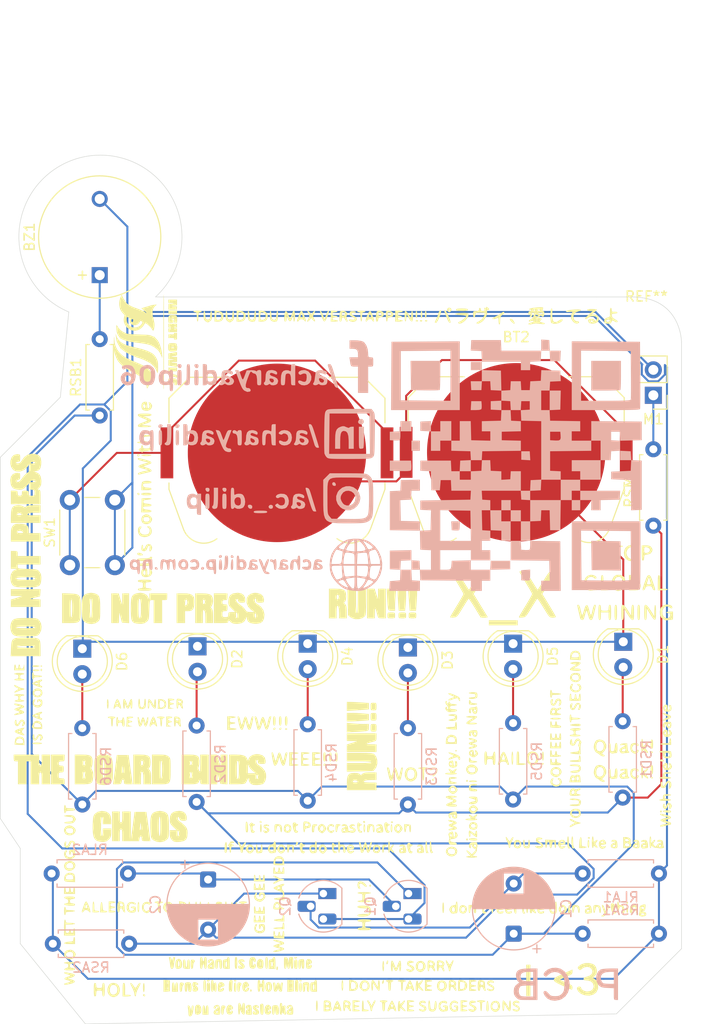
<source format=kicad_pcb>
(kicad_pcb (version 20241229) (generator "pcbnew") (generator_version "9.0")
  (layers (0 "F.Cu" signal) (2 "B.Cu" signal) (13 "F.Paste" user) (15 "B.Paste" user) (5 "F.SilkS" user "F.Silkscreen") (7 "B.SilkS" user "B.Silkscreen") (1 "F.Mask" user) (3 "B.Mask" user) (25 "Edge.Cuts" user))
  (net 0 "")
  (net 1 "Net-(BT1--)")
  (net 2 "Net-(BT1-+)")
  (net 3 "Net-(BT2--)")
  (net 4 "Net-(BZ1-+)")
  (net 5 "Net-(Q2-C)")
  (net 6 "Net-(Q1-B)")
  (net 7 "Net-(Q2-B)")
  (net 8 "Net-(Q1-C)")
  (net 9 "Net-(D1-A)")
  (net 10 "Net-(D2-A)")
  (net 11 "Net-(D3-A)")
  (net 12 "Net-(D4-A)")
  (net 13 "Net-(D5-A)")
  (net 14 "Net-(D6-A)")
  (net 15 "Net-(M1-+)")
  (net 16 "Net-(RLA1-Pad2)")
  (footprint "LOGO" (layer "F.Cu") (at 105 114.5)
    (property "Reference" "G***" (hide yes))
    (property "Value" "LOGO" (hide yes))
  )
  (footprint "LOGO" (layer "F.Cu") (at 134.5 106.5)
    (property "Reference" "G***" (hide yes))
    (property "Value" "LOGO" (hide yes))
  )
  (footprint "LED_THT:LED_D5.0mm" (layer "F.Cu") (at 112.69 95.46 -90)
    (property "Reference" "D3" (at 1.27 -3.96 90) (layer "F.SilkS"))
    (property "Value" "LED")
    (pad "1" thru_hole rect (at 0 0 270) (size 1.8 1.8) (drill 0.9) (layers "*.Cu" "*.Mask") (net 3 "Net-(BT2--)"))
    (pad "2" thru_hole circle (at 2.54 0 270) (size 1.8 1.8) (drill 0.9) (layers "*.Cu" "*.Mask") (net 11 "Net-(D3-A)"))
  )
  (footprint "LOGO" (layer "F.Cu") (at 75 101 90)
    (property "Reference" "G***" (hide yes))
    (property "Value" "LOGO" (hide yes))
  )
  (footprint "Resistor_THT:R_Axial_DIN0207_L6.3mm_D2.5mm_P7.62mm_Horizontal" (layer "F.Cu") (at 81.927095 72.327603 90)
    (property "Reference" "RSB1" (at 3.81 -2.37 90) (layer "F.SilkS"))
    (property "Value" "R_Small_buzzer")
    (pad "1" thru_hole circle (at 0 0 90) (size 1.6 1.6) (drill 0.8) (layers "*.Cu" "*.Mask") (net 8 "Net-(Q1-C)"))
    (pad "2" thru_hole circle (at 7.62 0 90) (size 1.6 1.6) (drill 0.8) (layers "*.Cu" "*.Mask") (net 4 "Net-(BZ1-+)"))
  )
  (footprint "LOGO" (layer "F.Cu") (at 79 120 90)
    (property "Reference" "G***" (hide yes))
    (property "Value" "LOGO" (hide yes))
  )
  (footprint "Button_Switch_THT:SW_PUSH_6mm" (layer "F.Cu") (at 78.94 87.25 90)
    (property "Reference" "SW1" (at 3.25 -2 90) (layer "F.SilkS"))
    (property "Value" "SW_Push")
    (pad "1" thru_hole circle (at 0 0 180) (size 2 2) (drill 1.1) (layers "*.Cu" "*.Mask") (net 2 "Net-(BT1-+)"))
    (pad "1" thru_hole circle (at 6.5 0 180) (size 2 2) (drill 1.1) (layers "*.Cu" "*.Mask") (net 2 "Net-(BT1-+)"))
    (pad "2" thru_hole circle (at 0 4.5 180) (size 2 2) (drill 1.1) (layers "*.Cu" "*.Mask") (net 16 "Net-(RLA1-Pad2)"))
    (pad "2" thru_hole circle (at 6.5 4.5 180) (size 2 2) (drill 1.1) (layers "*.Cu" "*.Mask") (net 16 "Net-(RLA1-Pad2)"))
  )
  (footprint "LOGO" (layer "F.Cu") (at 96 129.5)
    (property "Reference" "G***" (hide yes))
    (property "Value" "LOGO" (hide yes))
  )
  (footprint "LED_THT:LED_D5.0mm" (layer "F.Cu") (at 91.69 95.345 -90)
    (property "Reference" "D2" (at 1.27 -3.96 90) (layer "F.SilkS"))
    (property "Value" "LED")
    (pad "1" thru_hole rect (at 0 0 270) (size 1.8 1.8) (drill 0.9) (layers "*.Cu" "*.Mask") (net 3 "Net-(BT2--)"))
    (pad "2" thru_hole circle (at 2.54 0 270) (size 1.8 1.8) (drill 0.9) (layers "*.Cu" "*.Mask") (net 10 "Net-(D2-A)"))
  )
  (footprint "LOGO" (layer "F.Cu") (at 124.5 129)
    (property "Reference" "G***" (hide yes))
    (property "Value" "LOGO" (hide yes))
  )
  (footprint "LED_THT:LED_D5.0mm" (layer "F.Cu") (at 123.19 95.08 -90)
    (property "Reference" "D5" (at 1.27 -3.96 90) (layer "F.SilkS"))
    (property "Value" "LED")
    (pad "1" thru_hole rect (at 0 0 270) (size 1.8 1.8) (drill 0.9) (layers "*.Cu" "*.Mask") (net 3 "Net-(BT2--)"))
    (pad "2" thru_hole circle (at 2.54 0 270) (size 1.8 1.8) (drill 0.9) (layers "*.Cu" "*.Mask") (net 13 "Net-(D5-A)"))
  )
  (footprint "LOGO" (layer "F.Cu") (at 108.5 105.5 90)
    (property "Reference" "G***" (hide yes))
    (property "Value" "LOGO" (hide yes))
  )
  (footprint "MountingHole:MountingHole_2.1mm" (layer "F.Cu") (at 136.5 63.5)
    (property "Reference" "REF**" (at 0 -3.05 0) (layer "F.SilkS"))
    (property "Value" "MountingHole_2.1mm")
    (pad "" np_thru_hole circle (at 0 0) (size 2.1 2.1) (drill 2.1) (layers "*.Cu" "*.Mask"))
  )
  (footprint "LOGO" (layer "F.Cu") (at 86.5 80.5 90)
    (property "Reference" "G***" (hide yes))
    (property "Value" "LOGO" (hide yes))
  )
  (footprint "LOGO" (layer "F.Cu") (at 113 108)
    (property "Reference" "G***" (hide yes))
    (property "Value" "LOGO" (hide yes))
  )
  (footprint "LOGO" (layer "F.Cu") (at 84 129.5)
    (property "Reference" "G***" (hide yes))
    (property "Value" "LOGO" (hide yes))
  )
  (footprint "Connector_PinHeader_2.54mm:PinHeader_1x02_P2.54mm_Vertical" (layer "F.Cu") (at 137.19 70.31 180)
    (property "Reference" "M1" (at 0 -2.38 0) (layer "F.SilkS"))
    (property "Value" "Motor_DC")
    (pad "1" thru_hole rect (at 0 0 180) (size 1.7 1.7) (drill 1) (layers "*.Cu" "*.Mask") (net 15 "Net-(M1-+)"))
    (pad "2" thru_hole circle (at 0 2.54 180) (size 1.7 1.7) (drill 1) (layers "*.Cu" "*.Mask") (net 3 "Net-(BT2--)"))
  )
  (footprint "LOGO" (layer "F.Cu") (at 138.5 107.5 90)
    (property "Reference" "G***" (hide yes))
    (property "Value" "LOGO" (hide yes))
  )
  (footprint "LOGO" (layer "F.Cu") (at 99 121 90)
    (property "Reference" "G***" (hide yes))
    (property "Value" "LOGO" (hide yes))
  )
  (footprint "LED_THT:LED_D5.0mm" (layer "F.Cu") (at 102.69 95.08 -90)
    (property "Reference" "D4" (at 1.27 -3.96 90) (layer "F.SilkS"))
    (property "Value" "LED")
    (pad "1" thru_hole rect (at 0 0 270) (size 1.8 1.8) (drill 0.9) (layers "*.Cu" "*.Mask") (net 3 "Net-(BT2--)"))
    (pad "2" thru_hole circle (at 2.54 0 270) (size 1.8 1.8) (drill 0.9) (layers "*.Cu" "*.Mask") (net 12 "Net-(D4-A)"))
  )
  (footprint "LOGO" (layer "F.Cu") (at 88.5 91.5)
    (property "Reference" "G***" (hide yes))
    (property "Value" "LOGO" (hide yes))
  )
  (footprint "Battery:BatteryHolder_Keystone_3034_1x20mm" (layer "F.Cu") (at 99.62098 76.052397)
    (property "Reference" "BT1" (hide yes))
    (property "Value" "Battery_Cell")
    (pad "1" smd rect (at -10.985 0) (size 1.27 5.08) (layers "F.Cu" "F.Mask" "F.Paste") (net 2 "Net-(BT1-+)"))
    (pad "1" smd rect (at 10.985 0) (size 1.27 5.08) (layers "F.Cu" "F.Mask" "F.Paste") (net 2 "Net-(BT1-+)"))
    (pad "2" smd circle (at 0 0) (size 17.8 17.8) (layers "F.Cu" "F.Mask") (net 1 "Net-(BT1--)"))
  )
  (footprint "LOGO" (layer "F.Cu") (at 103 62.5)
    (property "Reference" "G***" (hide yes))
    (property "Value" "LOGO" (hide yes))
  )
  (footprint "LOGO" (layer "F.Cu") (at 102.5 106.5)
    (property "Reference" "G***" (hide yes))
    (property "Value" "LOGO" (hide yes))
  )
  (footprint "LOGO" (layer "F.Cu") (at 113.5 129.5)
    (property "Reference" "G***" (hide yes))
    (property "Value" "LOGO" (hide yes))
  )
  (footprint "LOGO" (layer "F.Cu") (at 108.5 121.5 90)
    (property "Reference" "G***" (hide yes))
    (property "Value" "LOGO" (hide yes))
  )
  (footprint "LOGO" (layer "F.Cu") (at 118 108 90)
    (property "Reference" "G***" (hide yes))
    (property "Value" "LOGO" (hide yes))
  )
  (footprint "LOGO" (layer "F.Cu") (at 88.5 121.5)
    (property "Reference" "G***" (hide yes))
    (property "Value" "LOGO" (hide yes))
  )
  (footprint "LED_THT:LED_D5.0mm" (layer "F.Cu") (at 80.19 95.58 -90)
    (property "Reference" "D6" (at 1.27 -3.96 90) (layer "F.SilkS"))
    (property "Value" "LED")
    (pad "1" thru_hole rect (at 0 0 270) (size 1.8 1.8) (drill 0.9) (layers "*.Cu" "*.Mask") (net 3 "Net-(BT2--)"))
    (pad "2" thru_hole circle (at 2.54 0 270) (size 1.8 1.8) (drill 0.9) (layers "*.Cu" "*.Mask") (net 14 "Net-(D6-A)"))
  )
  (footprint "LOGO" (layer "F.Cu") (at 86 110.5)
    (property "Reference" "G***" (hide yes))
    (property "Value" "LOGO" (hide yes))
  )
  (footprint "LOGO" (layer "F.Cu") (at 109 91.5)
    (property "Reference" "G***" (hide yes))
    (property "Value" "LOGO" (hide yes))
  )
  (footprint "LOGO" (layer "F.Cu") (at 126.5 121.5)
    (property "Reference" "G***" (hide yes))
    (property "Value" "LOGO" (hide yes))
  )
  (footprint "LOGO" (layer "F.Cu") (at 129 104.5 90)
    (property "Reference" "G***" (hide yes))
    (property "Value" "LOGO" (hide yes))
  )
  (footprint "LOGO" (layer "F.Cu") (at 98 103)
    (property "Reference" "G***" (hide yes))
    (property "Value" "LOGO" (hide yes))
  )
  (footprint "LOGO" (layer "F.Cu") (at 86.5 102)
    (property "Reference" "G***" (hide yes))
    (property "Value" "LOGO" (hide yes))
  )
  (footprint "LOGO" (layer "F.Cu") (at 123.5 106.5)
    (property "Reference" "G***" (hide yes))
    (property "Value" "LOGO" (hide yes))
  )
  (footprint "LOGO" (layer "F.Cu") (at 129.5 128.5)
    (property "Reference" "G***" (hide yes))
    (property "Value" "LOGO" (hide yes))
  )
  (footprint "LED_THT:LED_D5.0mm" (layer "F.Cu") (at 134.19 94.89 -90)
    (property "Reference" "D1" (at 1.27 -3.96 90) (layer "F.SilkS"))
    (property "Value" "LED")
    (pad "1" thru_hole rect (at 0 0 270) (size 1.8 1.8) (drill 0.9) (layers "*.Cu" "*.Mask") (net 3 "Net-(BT2--)"))
    (pad "2" thru_hole circle (at 2.54 0 270) (size 1.8 1.8) (drill 0.9) (layers "*.Cu" "*.Mask") (net 9 "Net-(D1-A)"))
  )
  (footprint "LOGO" (layer "F.Cu") (at 124.5 62.5)
    (property "Reference" "G***" (hide yes))
    (property "Value" "LOGO" (hide yes))
  )
  (footprint "LOGO" (layer "F.Cu") (at 74.5 86 90)
    (property "Reference" "G***" (hide yes))
    (property "Value" "LOGO" (hide yes))
  )
  (footprint "Buzzer_Beeper:MagneticBuzzer_ProSignal_ABI-009-RC" (layer "F.Cu") (at 81.927095 58.327603 90)
    (property "Reference" "BZ1" (at 3.8 -7 90) (layer "F.SilkS"))
    (property "Value" "Buzzer")
    (fp_text user "+" (at 0 -1.8 90) (layer "F.SilkS"))
    (pad "1" thru_hole rect (at 0 0 90) (size 1.6 1.6) (drill 1) (layers "*.Cu" "*.Mask") (net 4 "Net-(BZ1-+)"))
    (pad "2" thru_hole circle (at 7.6 0 90) (size 1.6 1.6) (drill 1) (layers "*.Cu" "*.Mask") (net 3 "Net-(BT2--)"))
  )
  (footprint "LOGO" (layer "F.Cu") (at 130.5 115)
    (property "Reference" "G***" (hide yes))
    (property "Value" "LOGO" (hide yes))
  )
  (footprint "Resistor_THT:R_Axial_DIN0207_L6.3mm_D2.5mm_P7.62mm_Horizontal" (layer "F.Cu") (at 137.19 83.31 90)
    (property "Reference" "RSM1" (at 3.81 -2.37 90) (layer "F.SilkS"))
    (property "Value" "R_Small_motor")
    (pad "1" thru_hole circle (at 0 0 90) (size 1.6 1.6) (drill 0.8) (layers "*.Cu" "*.Mask") (net 5 "Net-(Q2-C)"))
    (pad "2" thru_hole circle (at 7.62 0 90) (size 1.6 1.6) (drill 0.8) (layers "*.Cu" "*.Mask") (net 15 "Net-(M1-+)"))
  )
  (footprint "Battery:BatteryHolder_Keystone_3034_1x20mm" (layer "F.Cu") (at 123.5 76)
    (property "Reference" "BT2" (at 0 -11.5 0) (layer "F.SilkS"))
    (property "Value" "Battery_Cell")
    (pad "1" smd rect (at -10.985 0) (size 1.27 5.08) (layers "F.Cu" "F.Mask" "F.Paste") (net 1 "Net-(BT1--)"))
    (pad "1" smd rect (at 10.985 0) (size 1.27 5.08) (layers "F.Cu" "F.Mask" "F.Paste") (net 1 "Net-(BT1--)"))
    (pad "2" smd circle (at 0 0) (size 17.8 17.8) (layers "F.Cu" "F.Mask") (net 3 "Net-(BT2--)"))
  )
  (footprint "LOGO" (layer "F.Cu") (at 134.5 89)
    (property "Reference" "G***" (hide yes))
    (property "Value" "LOGO" (hide yes))
  )
  (footprint "LOGO" (layer "F.Cu") (at 87.215279 65.006767)
    (property "Reference" "G***" (hide yes))
    (property "Value" "LOGO" (hide yes))
  )
  (footprint "LOGO" (layer "F.Cu") (at 122 90.5)
    (property "Reference" "G***" (hide yes))
    (property "Value" "LOGO" (hide yes))
  )
  (footprint "LOGO" (layer "B.Cu") (at 97 68 180)
    (property "Reference" "G***" (hide yes))
    (property "Value" "LOGO" (hide yes))
  )
  (footprint "LOGO" (layer "B.Cu") (at 97.5 86.5 180)
    (property "Reference" "G***" (hide yes))
    (property "Value" "LOGO" (hide yes))
  )
  (footprint "LOGO" (layer "B.Cu") (at 97 74.5 180)
    (property "Reference" "G***" (hide yes))
    (property "Value" "LOGO" (hide yes))
  )
  (footprint "Resistor_THT:R_Axial_DIN0207_L6.3mm_D2.5mm_P7.62mm_Horizontal" (layer "B.Cu") (at 123.19 110.62 90)
    (property "Reference" "RSD5" (at 3.81 2.37 90) (layer "B.SilkS") (effects (justify mirror)))
    (property "Value" "R_Small_LED")
    (pad "1" thru_hole circle (at 0 0 90) (size 1.6 1.6) (drill 0.8) (layers "*.Cu" "*.Mask") (net 8 "Net-(Q1-C)"))
    (pad "2" thru_hole circle (at 7.62 0 90) (size 1.6 1.6) (drill 0.8) (layers "*.Cu" "*.Mask") (net 13 "Net-(D5-A)"))
  )
  (footprint "Package_TO_SOT_THT:TO-92L_HandSolder" (layer "B.Cu") (at 112.75 120 -90)
    (property "Reference" "Q1" (at 1.27 3.8 90) (layer "B.SilkS") (effects (justify mirror)))
    (property "Value" "NPN")
    (pad "1" thru_hole rect (at 0 0 270) (size 1.1 1.8) (drill 0.75 (offset 0 -0.4)) (layers "*.Cu" "*.Mask") (net 8 "Net-(Q1-C)"))
    (pad "2" thru_hole roundrect (at 1.27 1.27 270) (size 1.1 1.8) (drill 0.75 (offset 0 0.4)) (layers "*.Cu" "*.Mask") (net 6 "Net-(Q1-B)"))
    (pad "3" thru_hole roundrect (at 2.54 0 270) (size 1.1 1.8) (drill 0.75 (offset 0 -0.4)) (layers "*.Cu" "*.Mask") (net 3 "Net-(BT2--)"))
  )
  (footprint "Resistor_THT:R_Axial_DIN0207_L6.3mm_D2.5mm_P7.62mm_Horizontal" (layer "B.Cu") (at 112.69 111.12 90)
    (property "Reference" "RSD3" (at 3.81 2.37 90) (layer "B.SilkS") (effects (justify mirror)))
    (property "Value" "R_Small_LED")
    (pad "1" thru_hole circle (at 0 0 90) (size 1.6 1.6) (drill 0.8) (layers "*.Cu" "*.Mask") (net 5 "Net-(Q2-C)"))
    (pad "2" thru_hole circle (at 7.62 0 90) (size 1.6 1.6) (drill 0.8) (layers "*.Cu" "*.Mask") (net 11 "Net-(D3-A)"))
  )
  (footprint "Capacitor_THT:CP_Radial_D8.0mm_P5.00mm" (layer "B.Cu") (at 92.75 118.597349 -90)
    (property "Reference" "C2" (at 2.5 5.25 90) (layer "B.SilkS") (effects (justify mirror)))
    (property "Value" "C")
    (pad "1" thru_hole roundrect (at 0 0 270) (size 1.6 1.6) (drill 0.8) (layers "*.Cu" "*.Mask") (roundrect_rratio 0.15625) (net 6 "Net-(Q1-B)"))
    (pad "2" thru_hole circle (at 5 0 270) (size 1.6 1.6) (drill 0.8) (layers "*.Cu" "*.Mask") (net 5 "Net-(Q2-C)"))
  )
  (footprint "Resistor_THT:R_Axial_DIN0207_L6.3mm_D2.5mm_P7.62mm_Horizontal" (layer "B.Cu") (at 137.75 124 180)
    (property "Reference" "RSA1" (at 3.81 2.37 0) (layer "B.SilkS") (effects (justify mirror)))
    (property "Value" "R_Small_amv")
    (pad "1" thru_hole circle (at 0 0 180) (size 1.6 1.6) (drill 0.8) (layers "*.Cu" "*.Mask") (net 16 "Net-(RLA1-Pad2)"))
    (pad "2" thru_hole circle (at 7.62 0 180) (size 1.6 1.6) (drill 0.8) (layers "*.Cu" "*.Mask") (net 8 "Net-(Q1-C)"))
  )
  (footprint "Resistor_THT:R_Axial_DIN0207_L6.3mm_D2.5mm_P7.62mm_Horizontal" (layer "B.Cu") (at 102.69 110.74 90)
    (property "Reference" "RSD4" (at 3.81 2.37 90) (layer "B.SilkS") (effects (justify mirror)))
    (property "Value" "R_Small_LED")
    (pad "1" thru_hole circle (at 0 0 90) (size 1.6 1.6) (drill 0.8) (layers "*.Cu" "*.Mask") (net 8 "Net-(Q1-C)"))
    (pad "2" thru_hole circle (at 7.62 0 90) (size 1.6 1.6) (drill 0.8) (layers "*.Cu" "*.Mask") (net 12 "Net-(D4-A)"))
  )
  (footprint "Package_TO_SOT_THT:TO-92L_HandSolder" (layer "B.Cu") (at 104.25 120 -90)
    (property "Reference" "Q2" (at 1.27 3.8 90) (layer "B.SilkS") (effects (justify mirror)))
    (property "Value" "NPN")
    (pad "1" thru_hole rect (at 0 0 270) (size 1.1 1.8) (drill 0.75 (offset 0 -0.4)) (layers "*.Cu" "*.Mask") (net 5 "Net-(Q2-C)"))
    (pad "2" thru_hole roundrect (at 1.27 1.27 270) (size 1.1 1.8) (drill 0.75 (offset 0 0.4)) (layers "*.Cu" "*.Mask") (net 7 "Net-(Q2-B)"))
    (pad "3" thru_hole roundrect (at 2.54 0 270) (size 1.1 1.8) (drill 0.75 (offset 0 -0.4)) (layers "*.Cu" "*.Mask") (net 3 "Net-(BT2--)"))
  )
  (footprint "Resistor_THT:R_Axial_DIN0207_L6.3mm_D2.5mm_P7.62mm_Horizontal" (layer "B.Cu") (at 84.75 118 180)
    (property "Reference" "RLA2" (at 3.81 2.37 0) (layer "B.SilkS") (effects (justify mirror)))
    (property "Value" "R_Large_AMV")
    (pad "1" thru_hole circle (at 0 0 180) (size 1.6 1.6) (drill 0.8) (layers "*.Cu" "*.Mask") (net 6 "Net-(Q1-B)"))
    (pad "2" thru_hole circle (at 7.62 0 180) (size 1.6 1.6) (drill 0.8) (layers "*.Cu" "*.Mask") (net 16 "Net-(RLA1-Pad2)"))
  )
  (footprint "Resistor_THT:R_Axial_DIN0207_L6.3mm_D2.5mm_P7.62mm_Horizontal" (layer "B.Cu") (at 80.19 111.12 90)
    (property "Reference" "RSD6" (at 3.81 2.37 90) (layer "B.SilkS") (effects (justify mirror)))
    (property "Value" "R_Small_LED")
    (pad "1" thru_hole circle (at 0 0 90) (size 1.6 1.6) (drill 0.8) (layers "*.Cu" "*.Mask") (net 8 "Net-(Q1-C)"))
    (pad "2" thru_hole circle (at 7.62 0 90) (size 1.6 1.6) (drill 0.8) (layers "*.Cu" "*.Mask") (net 14 "Net-(D6-A)"))
  )
  (footprint "LOGO" (layer "B.Cu") (at 128.5 129 180)
    (property "Reference" "G***" (hide yes))
    (property "Value" "LOGO" (hide yes))
  )
  (footprint "Resistor_THT:R_Axial_DIN0207_L6.3mm_D2.5mm_P7.62mm_Horizontal" (layer "B.Cu") (at 91.6 110.865 90)
    (property "Reference" "RSD2" (at 3.81 2.37 90) (layer "B.SilkS") (effects (justify mirror)))
    (property "Value" "R_Small_LED")
    (pad "1" thru_hole circle (at 0 0 90) (size 1.6 1.6) (drill 0.8) (layers "*.Cu" "*.Mask") (net 5 "Net-(Q2-C)"))
    (pad "2" thru_hole circle (at 7.62 0 90) (size 1.6 1.6) (drill 0.8) (layers "*.Cu" "*.Mask") (net 10 "Net-(D2-A)"))
  )
  (footprint "Resistor_THT:R_Axial_DIN0207_L6.3mm_D2.5mm_P7.62mm_Horizontal" (layer "B.Cu") (at 77.25 125)
    (property "Reference" "RSA2" (at 3.81 2.37 0) (layer "B.SilkS") (effects (justify mirror)))
    (property "Value" "R_Small_amv")
    (pad "1" thru_hole circle (at 0 0) (size 1.6 1.6) (drill 0.8) (layers "*.Cu" "*.Mask") (net 16 "Net-(RLA1-Pad2)"))
    (pad "2" thru_hole circle (at 7.62 0) (size 1.6 1.6) (drill 0.8) (layers "*.Cu" "*.Mask") (net 5 "Net-(Q2-C)"))
  )
  (footprint "Resistor_THT:R_Axial_DIN0207_L6.3mm_D2.5mm_P7.62mm_Horizontal" (layer "B.Cu") (at 130.13 118)
    (property "Reference" "RLA1" (at 3.81 2.37 0) (layer "B.SilkS") (effects (justify mirror)))
    (property "Value" "R_Large_AMV")
    (pad "1" thru_hole circle (at 0 0) (size 1.6 1.6) (drill 0.8) (layers "*.Cu" "*.Mask") (net 7 "Net-(Q2-B)"))
    (pad "2" thru_hole circle (at 7.62 0) (size 1.6 1.6) (drill 0.8) (layers "*.Cu" "*.Mask") (net 16 "Net-(RLA1-Pad2)"))
  )
  (footprint "LOGO" (layer "B.Cu") (at 97 80.5 180)
    (property "Reference" "G***" (hide yes))
    (property "Value" "LOGO" (hide yes))
  )
  (footprint "LOGO" (layer "B.Cu") (at 123.5 77.5 180)
    (property "Reference" "G***" (hide yes))
    (property "Value" "LOGO" (hide yes))
  )
  (footprint "Resistor_THT:R_Axial_DIN0207_L6.3mm_D2.5mm_P7.62mm_Horizontal" (layer "B.Cu") (at 134.13 110.43 90)
    (property "Reference" "RSD1" (at 3.81 2.37 90) (layer "B.SilkS") (effects (justify mirror)))
    (property "Value" "R_Small_LED")
    (pad "1" thru_hole circle (at 0 0 90) (size 1.6 1.6) (drill 0.8) (layers "*.Cu" "*.Mask") (net 5 "Net-(Q2-C)"))
    (pad "2" thru_hole circle (at 7.62 0 90) (size 1.6 1.6) (drill 0.8) (layers "*.Cu" "*.Mask") (net 9 "Net-(D1-A)"))
  )
  (footprint "Capacitor_THT:CP_Radial_D8.0mm_P5.00mm" (layer "B.Cu") (at 123.25 124 90)
    (property "Reference" "C1" (at 2.5 5.25 90) (layer "B.SilkS") (effects (justify mirror)))
    (property "Value" "C")
    (pad "1" thru_hole roundrect (at 0 0 90) (size 1.6 1.6) (drill 0.8) (layers "*.Cu" "*.Mask") (roundrect_rratio 0.15625) (net 8 "Net-(Q1-C)"))
    (pad "2" thru_hole circle (at 5 0 90) (size 1.6 1.6) (drill 0.8) (layers "*.Cu" "*.Mask") (net 7 "Net-(Q2-B)"))
  )
  (gr_curve (pts (xy 135 60.5) (xy 140 60.5) (xy 140 65) (xy 140 65)) (stroke (width 0.05)) (layer "Edge.Cuts"))
  (gr_arc (start 78.841445 62.001568) (mid 80.60922 46.480291) (end 87.5 60.5) (stroke (width 0.05)) (layer "Edge.Cuts"))
  (gr_line (start 87.499998 60.5) (end 131.5 60.5) (stroke (width 0.05)) (layer "Edge.Cuts"))
  (gr_line (start 72 76.5) (end 78 70.5) (stroke (width 0.05)) (layer "Edge.Cuts"))
  (gr_line (start 80.5 133) (end 74 125) (stroke (width 0.05)) (layer "Edge.Cuts"))
  (gr_line (start 72 112.5) (end 72 76.5) (stroke (width 0.05)) (layer "Edge.Cuts"))
  (gr_line (start 140 65) (end 140 125.5) (stroke (width 0.05)) (layer "Edge.Cuts"))
  (gr_line (start 140 125.5) (end 133.5 132) (stroke (width 0.05)) (layer "Edge.Cuts"))
  (gr_line (start 74 115.5) (end 72 112.5) (stroke (width 0.05)) (layer "Edge.Cuts"))
  (gr_line (start 78 70.5) (end 78.841445 62.001568) (stroke (width 0.05)) (layer "Edge.Cuts"))
  (gr_line (start 131.5 60.5) (end 135 60.5) (stroke (width 0.05)) (layer "Edge.Cuts"))
  (gr_line (start 74 125) (end 74 115.5) (stroke (width 0.05)) (layer "Edge.Cuts"))
  (gr_line (start 133.5 132) (end 80.5 133) (stroke (width 0.05)) (layer "Edge.Cuts"))
  (segment (start 102.46198 78.893397) (end 111.54198 78.893397) (width 0.2) (layer "F.Cu") (net 1))
  (segment (start 127.311179 66.799) (end 116.082377 66.799) (width 0.2) (layer "F.Cu") (net 1))
  (segment (start 116.082377 66.799) (end 112.515 70.366377) (width 0.2) (layer "F.Cu") (net 1))
  (segment (start 99.62098 76.052397) (end 102.46198 78.893397) (width 0.2) (layer "F.Cu") (net 1))
  (segment (start 99.62098 76.052397) (end 102.46198 73.211397) (width 0.2) (layer "F.Cu") (net 1))
  (segment (start 134.485 76) (end 134.485 73.972821) (width 0.2) (layer "F.Cu") (net 1))
  (segment (start 111.54198 78.893397) (end 112.515 77.920377) (width 0.2) (layer "F.Cu") (net 1))
  (segment (start 112.515 77.920377) (end 112.515 76) (width 0.2) (layer "F.Cu") (net 1))
  (segment (start 134.485 73.972821) (end 127.311179 66.799) (width 0.2) (layer "F.Cu") (net 1))
  (segment (start 112.515 70.366377) (end 112.515 76) (width 0.2) (layer "F.Cu") (net 1))
  (segment (start 83.637603 76.052397) (end 88.63598 76.052397) (width 0.2) (layer "F.Cu") (net 2))
  (segment (start 110.60598 74.025218) (end 110.60598 76.052397) (width 0.2) (layer "F.Cu") (net 2))
  (segment (start 88.63598 78.079576) (end 88.63598 76.052397) (width 0.2) (layer "F.Cu") (net 2))
  (segment (start 78.94 80.75) (end 83.637603 76.052397) (width 0.2) (layer "F.Cu") (net 2))
  (segment (start 88.63598 74.025218) (end 95.809801 66.851397) (width 0.2) (layer "F.Cu") (net 2))
  (segment (start 88.63598 76.052397) (end 88.63598 74.025218) (width 0.2) (layer "F.Cu") (net 2))
  (segment (start 103.432159 66.851397) (end 110.60598 74.025218) (width 0.2) (layer "F.Cu") (net 2))
  (segment (start 95.809801 66.851397) (end 103.432159 66.851397) (width 0.2) (layer "F.Cu") (net 2))
  (segment (start 78.94 87.25) (end 78.94 80.75) (width 0.2) (layer "B.Cu") (net 2))
  (segment (start 134.19 94.89) (end 134.19 86.69) (width 0.2) (layer "F.Cu") (net 3))
  (segment (start 134.19 86.69) (end 123.5 76) (width 0.2) (layer "F.Cu") (net 3))
  (segment (start 80.88 94.89) (end 80.19 95.58) (width 0.2) (layer "B.Cu") (net 3))
  (segment (start 80.241 77.609108) (end 80.241 95.529) (width 0.2) (layer "B.Cu") (net 3))
  (segment (start 114.351 119.149) (end 110.702 115.5) (width 0.2) (layer "B.Cu") (net 3))
  (segment (start 80.241 95.529) (end 80.19 95.58) (width 0.2) (layer "B.Cu") (net 3))
  (segment (start 74.738 76.449598) (end 79.960995 71.226603) (width 0.2) (layer "B.Cu") (net 3))
  (segment (start 112.75 122.54) (end 114.351 120.939) (width 0.2) (layer "B.Cu") (net 3))
  (segment (start 110.702 115.5) (end 78.19 115.5) (width 0.2) (layer "B.Cu") (net 3))
  (segment (start 79.960995 71.226603) (end 82.383145 71.226603) (width 0.2) (layer "B.Cu") (net 3))
  (segment (start 114.351 120.939) (end 114.351 119.149) (width 0.2) (layer "B.Cu") (net 3))
  (segment (start 134.19 94.89) (end 80.88 94.89) (width 0.2) (layer "B.Cu") (net 3))
  (segment (start 83.028095 71.871553) (end 83.028095 74.822013) (width 0.2) (layer "B.Cu") (net 3))
  (segment (start 131.42 62) (end 84.69 62) (width 0.2) (layer "B.Cu") (net 3))
  (segment (start 137.19 67.77) (end 131.42 62) (width 0.2) (layer "B.Cu") (net 3))
  (segment (start 84.69 53.490508) (end 81.927095 50.727603) (width 0.2) (layer "B.Cu") (net 3))
  (segment (start 74.738 112.048) (end 74.738 76.449598) (width 0.2) (layer "B.Cu") (net 3))
  (segment (start 82.383145 71.226603) (end 83.028095 71.871553) (width 0.2) (layer "B.Cu") (net 3))
  (segment (start 84.69 62) (end 84.69 53.490508) (width 0.2) (layer "B.Cu") (net 3))
  (segment (start 83.028095 74.822013) (end 80.241 77.609108) (width 0.2) (layer "B.Cu") (net 3))
  (segment (start 84.69 68.919748) (end 82.383145 71.226603) (width 0.2) (layer "B.Cu") (net 3))
  (segment (start 78.19 115.5) (end 74.738 112.048) (width 0.2) (layer "B.Cu") (net 3))
  (segment (start 84.69 62) (end 84.69 68.919748) (width 0.2) (layer "B.Cu") (net 3))
  (segment (start 104.25 122.54) (end 112.75 122.54) (width 0.2) (layer "B.Cu") (net 3))
  (segment (start 81.927095 64.707603) (end 81.927095 58.327603) (width 0.2) (layer "B.Cu") (net 4))
  (segment (start 137.989999 109.070001) (end 136.63 110.43) (width 0.2) (layer "F.Cu") (net 5))
  (segment (start 137.19 83.31) (end 137.989999 84.109999) (width 0.2) (layer "F.Cu") (net 5))
  (segment (start 136.63 110.43) (end 134.13 110.43) (width 0.2) (layer "F.Cu") (net 5))
  (segment (start 137.989999 84.109999) (end 137.989999 109.070001) (width 0.2) (layer "F.Cu") (net 5))
  (segment (start 84.87 125) (end 91.347349 125) (width 0.2) (layer "B.Cu") (net 5))
  (segment (start 131.231 118.45605) (end 129.58605 120.101) (width 0.2) (layer "B.Cu") (net 5))
  (segment (start 129.58605 120.101) (end 122.79395 120.101) (width 0.2) (layer "B.Cu") (net 5))
  (segment (start 112.69 111.12) (end 111.81 112) (width 0.2) (layer "B.Cu") (net 5))
  (segment (start 95.735 115) (end 128.68705 115) (width 0.2) (layer "B.Cu") (net 5))
  (segment (start 118.497602 124.397348) (end 93.549999 124.397348) (width 0.2) (layer "B.Cu") (net 5))
  (segment (start 132.640001 111.919999) (end 113.489999 111.919999) (width 0.2) (layer "B.Cu") (net 5))
  (segment (start 96.347349 120) (end 104.25 120) (width 0.2) (layer "B.Cu") (net 5))
  (segment (start 131.231 117.54395) (end 131.231 118.45605) (width 0.2) (layer "B.Cu") (net 5))
  (segment (start 128.68705 115) (end 131.231 117.54395) (width 0.2) (layer "B.Cu") (net 5))
  (segment (start 92.75 123.597349) (end 96.347349 120) (width 0.2) (layer "B.Cu") (net 5))
  (segment (start 113.489999 111.919999) (end 112.69 111.12) (width 0.2) (layer "B.Cu") (net 5))
  (segment (start 134.13 110.43) (end 132.640001 111.919999) (width 0.2) (layer "B.Cu") (net 5))
  (segment (start 92.735 112) (end 91.6 110.865) (width 0.2) (layer "B.Cu") (net 5))
  (segment (start 93.549999 124.397348) (end 92.75 123.597349) (width 0.2) (layer "B.Cu") (net 5))
  (segment (start 122.79395 120.101) (end 118.497602 124.397348) (width 0.2) (layer "B.Cu") (net 5))
  (segment (start 91.6 110.865) (end 95.735 115) (width 0.2) (layer "B.Cu") (net 5))
  (segment (start 111.81 112) (end 92.735 112) (width 0.2) (layer "B.Cu") (net 5))
  (segment (start 91.347349 125) (end 92.75 123.597349) (width 0.2) (layer "B.Cu") (net 5))
  (segment (start 108.807349 118.597349) (end 111.48 121.27) (width 0.2) (layer "B.Cu") (net 6))
  (segment (start 84.75 118) (end 92.152651 118) (width 0.2) (layer "B.Cu") (net 6))
  (segment (start 92.152651 118) (end 92.75 118.597349) (width 0.2) (layer "B.Cu") (net 6))
  (segment (start 92.75 118.597349) (end 108.807349 118.597349) (width 0.2) (layer "B.Cu") (net 6))
  (segment (start 123.25 119) (end 118.859 123.391) (width 0.2) (layer "B.Cu") (net 7))
  (segment (start 130.13 118) (end 124.25 118) (width 0.2) (layer "B.Cu") (net 7))
  (segment (start 103.778794 123.391) (end 102.98 122.592206) (width 0.2) (layer "B.Cu") (net 7))
  (segment (start 118.859 123.391) (end 103.778794 123.391) (width 0.2) (layer "B.Cu") (net 7))
  (segment (start 124.25 118) (end 123.25 119) (width 0.2) (layer "B.Cu") (net 7))
  (segment (start 102.98 122.592206) (end 102.98 121.27) (width 0.2) (layer "B.Cu") (net 7))
  (segment (start 130.13 124) (end 123.25 124) (width 0.2) (layer "B.Cu") (net 8))
  (segment (start 101.714 109.764) (end 102.69 110.74) (width 0.2) (layer "B.Cu") (net 8))
  (segment (start 75.139 76.615698) (end 79.427095 72.327603) (width 0.2) (layer "B.Cu") (net 8))
  (segment (start 81.546 109.764) (end 101.714 109.764) (width 0.2) (layer "B.Cu") (net 8))
  (segment (start 135.231 109.97395) (end 135.231 115.02315) (width 0.2) (layer "B.Cu") (net 8))
  (segment (start 123.19 110.62) (end 124.481 109.329) (width 0.2) (layer "B.Cu") (net 8))
  (segment (start 102.69 110.74) (end 104.101 109.329) (width 0.2) (layer "B.Cu") (net 8))
  (segment (start 80.19 111.12) (end 75.139 106.069) (width 0.2) (layer "B.Cu") (net 8))
  (segment (start 84.29395 116.899) (end 109.649 116.899) (width 0.2) (layer "B.Cu") (net 8))
  (segment (start 124.481 109.329) (end 134.58605 109.329) (width 0.2) (layer "B.Cu") (net 8))
  (segment (start 121.899 109.329) (end 123.19 110.62) (width 0.2) (layer "B.Cu") (net 8))
  (segment (start 75.139 106.069) (end 75.139 76.615698) (width 0.2) (layer "B.Cu") (net 8))
  (segment (start 109.649 116.899) (end 112.75 120) (width 0.2) (layer "B.Cu") (net 8))
  (segment (start 121.149 126.101) (end 84.41395 126.101) (width 0.2) (layer "B.Cu") (net 8))
  (segment (start 83.649 125.33605) (end 83.649 117.54395) (width 0.2) (layer "B.Cu") (net 8))
  (segment (start 126.25415 124) (end 131.632 118.62215) (width 0.2) (layer "B.Cu") (net 8))
  (segment (start 123.25 124) (end 121.149 126.101) (width 0.2) (layer "B.Cu") (net 8))
  (segment (start 80.19 111.12) (end 81.546 109.764) (width 0.2) (layer "B.Cu") (net 8))
  (segment (start 79.427095 72.327603) (end 81.927095 72.327603) (width 0.2) (layer "B.Cu") (net 8))
  (segment (start 135.231 115.02315) (end 131.632 118.62215) (width 0.2) (layer "B.Cu") (net 8))
  (segment (start 104.101 109.329) (end 121.899 109.329) (width 0.2) (layer "B.Cu") (net 8))
  (segment (start 123.25 124) (end 126.25415 124) (width 0.2) (layer "B.Cu") (net 8))
  (segment (start 83.649 117.54395) (end 84.29395 116.899) (width 0.2) (layer "B.Cu") (net 8))
  (segment (start 84.41395 126.101) (end 83.649 125.33605) (width 0.2) (layer "B.Cu") (net 8))
  (segment (start 134.58605 109.329) (end 135.231 109.97395) (width 0.2) (layer "B.Cu") (net 8))
  (segment (start 134.13 97.49) (end 134.19 97.43) (width 0.2) (layer "F.Cu") (net 9))
  (segment (start 134.13 102.81) (end 134.13 97.49) (width 0.2) (layer "F.Cu") (net 9))
  (segment (start 91.6 103.245) (end 91.6 97.975) (width 0.2) (layer "F.Cu") (net 10))
  (segment (start 91.6 97.975) (end 91.69 97.885) (width 0.2) (layer "F.Cu") (net 10))
  (segment (start 112.69 103.5) (end 112.69 98) (width 0.2) (layer "F.Cu") (net 11))
  (segment (start 102.69 103.12) (end 102.69 97.62) (width 0.2) (layer "F.Cu") (net 12))
  (segment (start 123.19 103) (end 123.19 97.62) (width 0.2) (layer "F.Cu") (net 13))
  (segment (start 80.19 103.5) (end 80.19 98.12) (width 0.2) (layer "F.Cu") (net 14))
  (segment (start 137.19 75.69) (end 137.19 70.31) (width 0.2) (layer "B.Cu") (net 15))
  (segment (start 77.25 118.12) (end 77.13 118) (width 0.2) (layer "B.Cu") (net 16))
  (segment (start 83.44 87.25) (end 83.44 80.75) (width 0.2) (layer "B.Cu") (net 16))
  (segment (start 80.75 128.5) (end 132.25 128.5) (width 0.2) (layer "B.Cu") (net 16))
  (segment (start 138.341 68.24676) (end 138.341 67.29324) (width 0.2) (layer "B.Cu") (net 16))
  (segment (start 77.25 125) (end 80.75 128.5) (width 0.2) (layer "B.Cu") (net 16))
  (segment (start 133.25 128.5) (end 137.75 124) (width 0.2) (layer "B.Cu") (net 16))
  (segment (start 138.549999 117.200001) (end 137.75 118) (width 0.2) (layer "B.Cu") (net 16))
  (segment (start 131.2539 62.401) (end 136.09257 67.23967) (width 0.2) (layer "B.Cu") (net 16))
  (segment (start 136.039 67.29324) (end 136.039 68.24676) (width 0.2) (layer "B.Cu") (net 16))
  (segment (start 77.25 125) (end 77.25 118.12) (width 0.2) (layer "B.Cu") (net 16))
  (segment (start 85.19 62.401) (end 131.2539 62.401) (width 0.2) (layer "B.Cu") (net 16))
  (segment (start 136.039 68.24676) (end 136.71324 68.921) (width 0.2) (layer "B.Cu") (net 16))
  (segment (start 85.19 79) (end 83.44 80.75) (width 0.2) (layer "B.Cu") (net 16))
  (segment (start 136.71324 68.921) (end 137.66676 68.921) (width 0.2) (layer "B.Cu") (net 16))
  (segment (start 138.549999 67.502239) (end 138.549999 117.200001) (width 0.2) (layer "B.Cu") (net 16))
  (segment (start 85.19 62.401) (end 85.19 79) (width 0.2) (layer "B.Cu") (net 16))
  (segment (start 137.66676 68.921) (end 138.341 68.24676) (width 0.2) (layer "B.Cu") (net 16))
  (segment (start 136.09257 67.23967) (end 136.039 67.29324) (width 0.2) (layer "B.Cu") (net 16))
  (segment (start 138.341 67.29324) (end 138.549999 67.502239) (width 0.2) (layer "B.Cu") (net 16))
  (segment (start 132.25 128.5) (end 133.25 128.5) (width 0.2) (layer "B.Cu") (net 16))
  (segment (start 85.19 85.5) (end 83.44 87.25) (width 0.2) (layer "B.Cu") (net 16))
  (segment (start 137.75 124) (end 137.75 118) (width 0.2) (layer "B.Cu") (net 16))
  (segment (start 85.19 79) (end 85.19 85.5) (width 0.2) (layer "B.Cu") (net 16))
)
</source>
